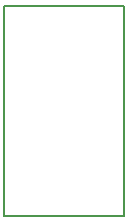
<source format=gm1>
G04 #@! TF.FileFunction,Profile,NP*
%FSLAX46Y46*%
G04 Gerber Fmt 4.6, Leading zero omitted, Abs format (unit mm)*
G04 Created by KiCad (PCBNEW 4.0.7) date 03/06/18 15:38:37*
%MOMM*%
%LPD*%
G01*
G04 APERTURE LIST*
%ADD10C,0.100000*%
%ADD11C,0.150000*%
G04 APERTURE END LIST*
D10*
D11*
X137160000Y-127000000D02*
X127000000Y-127000000D01*
X137160000Y-109220000D02*
X137160000Y-127000000D01*
X127000000Y-109220000D02*
X137160000Y-109220000D01*
X127000000Y-127000000D02*
X127000000Y-109220000D01*
M02*

</source>
